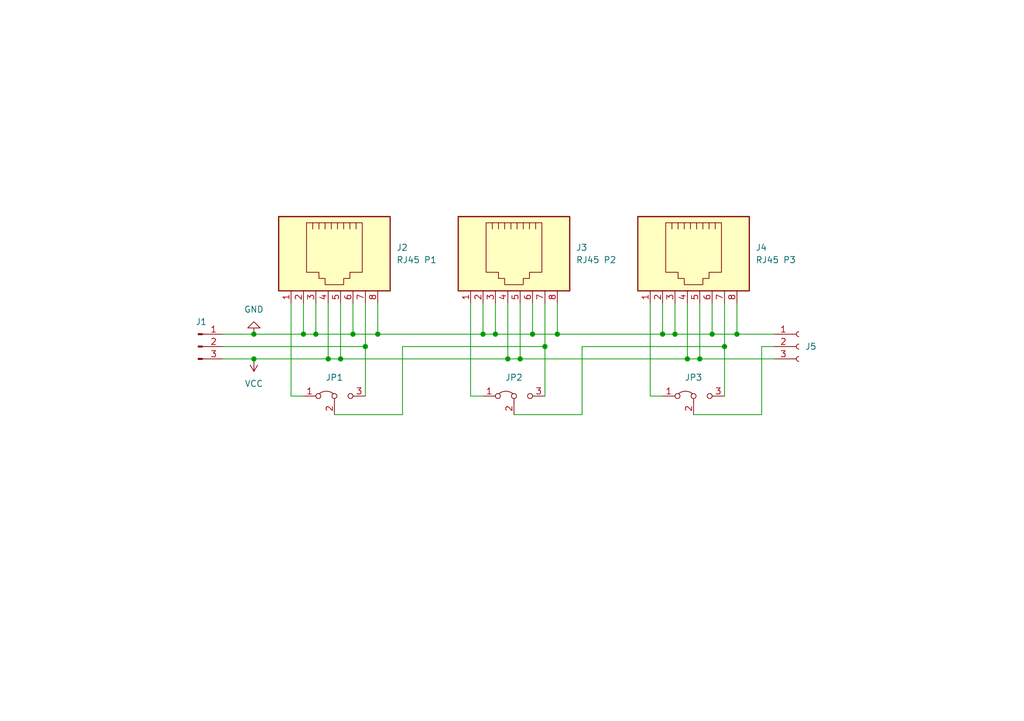
<source format=kicad_sch>
(kicad_sch (version 20230121) (generator eeschema)
  (paper "A5")
  (title_block (title "MGP Decoder adapter board to RJ45 loop") (date "2023-12-20") (rev "2.0") (company "Jan Graichen") (comment 1 "© CC-BY-SA 4.0"))
  (lib_symbols
    (symbol "Connector:Conn_01x03_Pin" (pin_names (offset 1.016) hide)
      (property "Reference" "J" (at 0 5.08 0))
      (property "Value" "Conn_01x03_Pin" (at 0 -5.08 0))
      (symbol "Conn_01x03_Pin_1_1"
        (polyline (pts (xy 1.27 -2.54) (xy 0.8636 -2.54)) (stroke (width 0.1524)))
        (polyline (pts (xy 1.27 0) (xy 0.8636 0)) (stroke (width 0.1524)))
        (polyline (pts (xy 1.27 2.54) (xy 0.8636 2.54)) (stroke (width 0.1524)))
        (rectangle (start 0.8636 -2.413) (end 0 -2.667) (stroke (width 0.1524)) (fill (type outline)))
        (rectangle (start 0.8636 0.127) (end 0 -0.127) (stroke (width 0.1524)) (fill (type outline)))
        (rectangle (start 0.8636 2.667) (end 0 2.413) (stroke (width 0.1524)) (fill (type outline)))
        (pin passive line (at 5.08 2.54 180) (length 3.81) (name "Pin_1") (number "1"))
        (pin passive line (at 5.08 0 180) (length 3.81) (name "Pin_2") (number "2"))
        (pin passive line (at 5.08 -2.54 180) (length 3.81) (name "Pin_3") (number "3"))
      )
    )
    (symbol "Connector:Conn_01x03_Socket" (pin_names (offset 1.016) hide)
      (property "Reference" "J" (at 0 5.08 0))
      (property "Value" "Conn_01x03_Socket" (at 0 -5.08 0))
      (symbol "Conn_01x03_Socket_1_1"
        (arc (start 0 -2.032) (mid -0.5058 -2.54) (end 0 -3.048) (stroke (width 0.1524)))
        (polyline (pts (xy -1.27 -2.54) (xy -0.508 -2.54)) (stroke (width 0.1524)))
        (polyline (pts (xy -1.27 0) (xy -0.508 0)) (stroke (width 0.1524)))
        (polyline (pts (xy -1.27 2.54) (xy -0.508 2.54)) (stroke (width 0.1524)))
        (arc (start 0 0.508) (mid -0.5058 0) (end 0 -0.508) (stroke (width 0.1524)))
        (arc (start 0 3.048) (mid -0.5058 2.54) (end 0 2.032) (stroke (width 0.1524)))
        (pin passive line (at -5.08 2.54 0) (length 3.81) (name "Pin_1") (number "1"))
        (pin passive line (at -5.08 0 0) (length 3.81) (name "Pin_2") (number "2"))
        (pin passive line (at -5.08 -2.54 0) (length 3.81) (name "Pin_3") (number "3"))
      )
    )
    (symbol "Connector:RJ45" (pin_names (offset 1.016))
      (property "Reference" "J" (at -5.08 13.97 0))
      (property "Value" "RJ45" (at 2.54 13.97 0))
      (symbol "RJ45_0_1"
        (polyline (pts (xy -5.08 4.445) (xy -6.35 4.445)))
        (polyline (pts (xy -5.08 5.715) (xy -6.35 5.715)))
        (polyline (pts (xy -6.35 -3.175) (xy -5.08 -3.175) (xy -5.08 -3.175)))
        (polyline (pts (xy -6.35 -1.905) (xy -5.08 -1.905) (xy -5.08 -1.905)))
        (polyline (pts (xy -6.35 -0.635) (xy -5.08 -0.635) (xy -5.08 -0.635)))
        (polyline (pts (xy -6.35 0.635) (xy -5.08 0.635) (xy -5.08 0.635)))
        (polyline (pts (xy -6.35 1.905) (xy -5.08 1.905) (xy -5.08 1.905)))
        (polyline (pts (xy -5.08 3.175) (xy -6.35 3.175) (xy -6.35 3.175)))
        (polyline (pts (xy -6.35 -4.445) (xy -6.35 6.985) (xy 3.81 6.985) (xy 3.81 4.445) (xy 5.08 4.445) (xy 5.08 3.175) (xy 6.35 3.175) (xy 6.35 -0.635) (xy 5.08 -0.635) (xy 5.08 -1.905) (xy 3.81 -1.905) (xy 3.81 -4.445) (xy -6.35 -4.445) (xy -6.35 -4.445)))
        (rectangle (start 7.62 12.7) (end -7.62 -10.16) (stroke (width 0.254)) (fill (type background)))
      )
      (symbol "RJ45_1_1"
        (pin passive line (at 10.16 -7.62 180) (length 2.54) (name "~") (number "1"))
        (pin passive line (at 10.16 -5.08 180) (length 2.54) (name "~") (number "2"))
        (pin passive line (at 10.16 -2.54 180) (length 2.54) (name "~") (number "3"))
        (pin passive line (at 10.16 0 180) (length 2.54) (name "~") (number "4"))
        (pin passive line (at 10.16 2.54 180) (length 2.54) (name "~") (number "5"))
        (pin passive line (at 10.16 5.08 180) (length 2.54) (name "~") (number "6"))
        (pin passive line (at 10.16 7.62 180) (length 2.54) (name "~") (number "7"))
        (pin passive line (at 10.16 10.16 180) (length 2.54) (name "~") (number "8"))
      )
    )
    (symbol "Jumper:Jumper_3_Bridged12" (pin_names (offset 0) hide)
      (property "Reference" "JP" (at -2.54 -2.54 0))
      (property "Value" "Jumper_3_Bridged12" (at 0 2.794 0))
      (symbol "Jumper_3_Bridged12_0_0"
        (circle (center -3.302 0) (radius 0.508))
        (circle (center 0 0) (radius 0.508))
        (circle (center 3.302 0) (radius 0.508))
      )
      (symbol "Jumper_3_Bridged12_0_1"
        (arc (start -0.254 0.508) (mid -1.651 0.9912) (end -3.048 0.508))
        (polyline (pts (xy 0 -1.27) (xy 0 -0.508)))
      )
      (symbol "Jumper_3_Bridged12_1_1"
        (pin passive line (at -6.35 0 0) (length 2.54) (name "A") (number "1"))
        (pin passive line (at 0 -3.81 90) (length 2.54) (name "C") (number "2"))
        (pin passive line (at 6.35 0 180) (length 2.54) (name "B") (number "3"))
      )
    )
    (symbol "power:GND" (power) (pin_names (offset 0))
      (property "Value" "GND" (at 0 -3.81 0))
      (symbol "GND_0_1"
        (polyline (pts (xy 0 0) (xy 0 -1.27) (xy 1.27 -1.27) (xy 0 -2.54) (xy -1.27 -1.27) (xy 0 -1.27)))
      )
      (symbol "GND_1_1"
        (pin power_in line (at 0 0 270) (length 0) hide (name "GND") (number "1"))
      )
    )
    (symbol "power:VCC" (power) (pin_names (offset 0))
      (property "Value" "VCC" (at 0 3.81 0))
      (symbol "VCC_0_1"
        (polyline (pts (xy -0.762 1.27) (xy 0 2.54)))
        (polyline (pts (xy 0 0) (xy 0 2.54)))
        (polyline (pts (xy 0 2.54) (xy 0.762 1.27)))
      )
      (symbol "VCC_1_1"
        (pin power_in line (at 0 0 90) (length 0) hide (name "VCC") (number "1"))
      )
    )
  )
  (junction (at 143.51 73.66))
  (junction (at 114.3 68.58))
  (junction (at 138.43 68.58))
  (junction (at 74.93 71.12))
  (junction (at 77.47 68.58))
  (junction (at 106.68 73.66))
  (junction (at 99.06 68.58))
  (junction (at 104.14 73.66))
  (junction (at 111.76 71.12))
  (junction (at 101.6 68.58))
  (junction (at 64.77 68.58))
  (junction (at 72.39 68.58))
  (junction (at 62.23 68.58))
  (junction (at 67.31 73.66))
  (junction (at 69.85 73.66))
  (junction (at 151.13 68.58))
  (junction (at 135.89 68.58))
  (junction (at 140.97 73.66))
  (junction (at 148.59 71.12))
  (junction (at 52.07 73.66))
  (junction (at 109.22 68.58))
  (junction (at 52.07 68.58))
  (junction (at 146.05 68.58))
  (wire (pts (xy 52.07 68.58) (xy 62.23 68.58)))
  (wire (pts (xy 133.35 81.28) (xy 135.89 81.28)))
  (wire (pts (xy 96.52 62.23) (xy 96.52 81.28)))
  (wire (pts (xy 59.69 62.23) (xy 59.69 81.28)))
  (wire (pts (xy 146.05 68.58) (xy 151.13 68.58)))
  (wire (pts (xy 156.21 71.12) (xy 158.75 71.12)))
  (wire (pts (xy 156.21 71.12) (xy 156.21 85.09)))
  (wire (pts (xy 138.43 62.23) (xy 138.43 68.58)))
  (wire (pts (xy 45.72 71.12) (xy 74.93 71.12)))
  (wire (pts (xy 96.52 81.28) (xy 99.06 81.28)))
  (wire (pts (xy 99.06 68.58) (xy 101.6 68.58)))
  (wire (pts (xy 142.24 85.09) (xy 156.21 85.09)))
  (wire (pts (xy 62.23 62.23) (xy 62.23 68.58)))
  (wire (pts (xy 143.51 73.66) (xy 158.75 73.66)))
  (wire (pts (xy 133.35 62.23) (xy 133.35 81.28)))
  (wire (pts (xy 101.6 68.58) (xy 109.22 68.58)))
  (wire (pts (xy 74.93 71.12) (xy 74.93 81.28)))
  (wire (pts (xy 69.85 73.66) (xy 67.31 73.66)))
  (wire (pts (xy 106.68 73.66) (xy 140.97 73.66)))
  (wire (pts (xy 72.39 68.58) (xy 77.47 68.58)))
  (wire (pts (xy 114.3 68.58) (xy 135.89 68.58)))
  (wire (pts (xy 135.89 68.58) (xy 138.43 68.58)))
  (wire (pts (xy 135.89 62.23) (xy 135.89 68.58)))
  (wire (pts (xy 59.69 81.28) (xy 62.23 81.28)))
  (wire (pts (xy 72.39 62.23) (xy 72.39 68.58)))
  (wire (pts (xy 111.76 71.12) (xy 111.76 81.28)))
  (wire (pts (xy 140.97 73.66) (xy 143.51 73.66)))
  (wire (pts (xy 68.58 85.09) (xy 82.55 85.09)))
  (wire (pts (xy 64.77 68.58) (xy 72.39 68.58)))
  (wire (pts (xy 140.97 73.66) (xy 140.97 62.23)))
  (wire (pts (xy 119.38 71.12) (xy 148.59 71.12)))
  (wire (pts (xy 138.43 68.58) (xy 146.05 68.58)))
  (wire (pts (xy 119.38 85.09) (xy 119.38 71.12)))
  (wire (pts (xy 82.55 71.12) (xy 111.76 71.12)))
  (wire (pts (xy 52.07 73.66) (xy 45.72 73.66)))
  (wire (pts (xy 111.76 62.23) (xy 111.76 71.12)))
  (wire (pts (xy 69.85 62.23) (xy 69.85 73.66)))
  (wire (pts (xy 148.59 71.12) (xy 148.59 81.28)))
  (wire (pts (xy 104.14 73.66) (xy 106.68 73.66)))
  (wire (pts (xy 77.47 68.58) (xy 77.47 62.23)))
  (wire (pts (xy 67.31 73.66) (xy 52.07 73.66)))
  (wire (pts (xy 143.51 62.23) (xy 143.51 73.66)))
  (wire (pts (xy 45.72 68.58) (xy 52.07 68.58)))
  (wire (pts (xy 67.31 62.23) (xy 67.31 73.66)))
  (wire (pts (xy 64.77 62.23) (xy 64.77 68.58)))
  (wire (pts (xy 109.22 68.58) (xy 114.3 68.58)))
  (wire (pts (xy 109.22 62.23) (xy 109.22 68.58)))
  (wire (pts (xy 151.13 68.58) (xy 151.13 62.23)))
  (wire (pts (xy 151.13 68.58) (xy 158.75 68.58)))
  (wire (pts (xy 146.05 62.23) (xy 146.05 68.58)))
  (wire (pts (xy 69.85 73.66) (xy 104.14 73.66)))
  (wire (pts (xy 82.55 85.09) (xy 82.55 71.12)))
  (wire (pts (xy 62.23 68.58) (xy 64.77 68.58)))
  (wire (pts (xy 101.6 62.23) (xy 101.6 68.58)))
  (wire (pts (xy 99.06 62.23) (xy 99.06 68.58)))
  (wire (pts (xy 104.14 73.66) (xy 104.14 62.23)))
  (wire (pts (xy 114.3 62.23) (xy 114.3 68.58)))
  (wire (pts (xy 148.59 62.23) (xy 148.59 71.12)))
  (wire (pts (xy 105.41 85.09) (xy 119.38 85.09)))
  (wire (pts (xy 74.93 71.12) (xy 74.93 62.23)))
  (wire (pts (xy 106.68 73.66) (xy 106.68 62.23)))
  (wire (pts (xy 77.47 68.58) (xy 99.06 68.58)))
  (symbol (lib_id "Jumper:Jumper_3_Bridged12") (at 142.24 81.28 0) (unit 1)
    (property "Reference" "JP3" (at 142.24 77.47 0))
    (property "Value" "Jumper_3_Bridged12" (effects hide))
    (property "Footprint" "Connector_PinHeader_2.54mm:PinHeader_1x03_P2.54mm_Vertical" (effects hide))
  )
  (symbol (lib_id "Jumper:Jumper_3_Bridged12") (at 105.41 81.28 0) (unit 1)
    (property "Reference" "JP2" (at 105.41 77.47 0))
    (property "Value" "Jumper_3_Bridged12" (effects hide))
    (property "Footprint" "Connector_PinHeader_2.54mm:PinHeader_1x03_P2.54mm_Vertical" (effects hide))
  )
  (symbol (lib_id "Connector:RJ45") (at 67.31 52.07 270) (unit 1)
    (property "Reference" "J2" (at 81.28 50.8 90) (effects (justify left)))
    (property "Value" "RJ45 P1" (at 81.28 53.34 90) (effects (justify left)))
    (property "Footprint" "Connector_RJ:RJ45_Amphenol_54602-x08_Horizontal" (effects hide))
  )
  (symbol (lib_id "Connector:Conn_01x03_Socket") (at 163.83 71.12 0) (unit 1)
    (property "Reference" "J5" (at 165.1 71.12 0) (effects (justify left)))
    (property "Value" "Conn_01x03_Socket" (effects hide))
    (property "Footprint" "Connector_PinSocket_2.54mm:PinSocket_1x03_P2.54mm_Vertical" (effects hide))
  )
  (symbol (lib_id "Connector:RJ45") (at 104.14 52.07 270) (unit 1)
    (property "Reference" "J3" (at 118.11 50.8 90) (effects (justify left)))
    (property "Value" "RJ45 P2" (at 118.11 53.34 90) (effects (justify left)))
    (property "Footprint" "Connector_RJ:RJ45_Amphenol_54602-x08_Horizontal" (effects hide))
  )
  (symbol (lib_id "power:VCC") (at 52.07 73.66 180) (unit 1)
    (property "Reference" "#PWR?" (effects hide))
    (property "Value" "VCC" (at 52.07 78.74 0))
  )
  (symbol (lib_id "Jumper:Jumper_3_Bridged12") (at 68.58 81.28 0) (unit 1)
    (property "Reference" "JP1" (at 68.58 77.47 0))
    (property "Value" "Jumper_3_Bridged12" (effects hide))
    (property "Footprint" "Connector_PinHeader_2.54mm:PinHeader_1x03_P2.54mm_Vertical" (effects hide))
  )
  (symbol (lib_id "Connector:RJ45") (at 140.97 52.07 270) (unit 1)
    (property "Reference" "J4" (at 154.94 50.8 90) (effects (justify left)))
    (property "Value" "RJ45 P3" (at 154.94 53.34 90) (effects (justify left)))
    (property "Footprint" "Connector_RJ:RJ45_Amphenol_54602-x08_Horizontal" (effects hide))
  )
  (symbol (lib_id "Connector:Conn_01x03_Pin") (at 40.64 71.12 0) (unit 1)
    (property "Reference" "J1" (at 41.275 66.04 0))
    (property "Value" "Conn_01x03_Pin" (effects hide))
    (property "Footprint" "Connector_PinHeader_2.54mm:PinHeader_1x03_P2.54mm_Vertical" (effects hide))
  )
  (symbol (lib_id "power:GND") (at 52.07 68.58 180) (unit 1)
    (property "Reference" "#PWR?" (effects hide))
    (property "Value" "GND" (at 52.07 63.5 0))
  )
)
</source>
